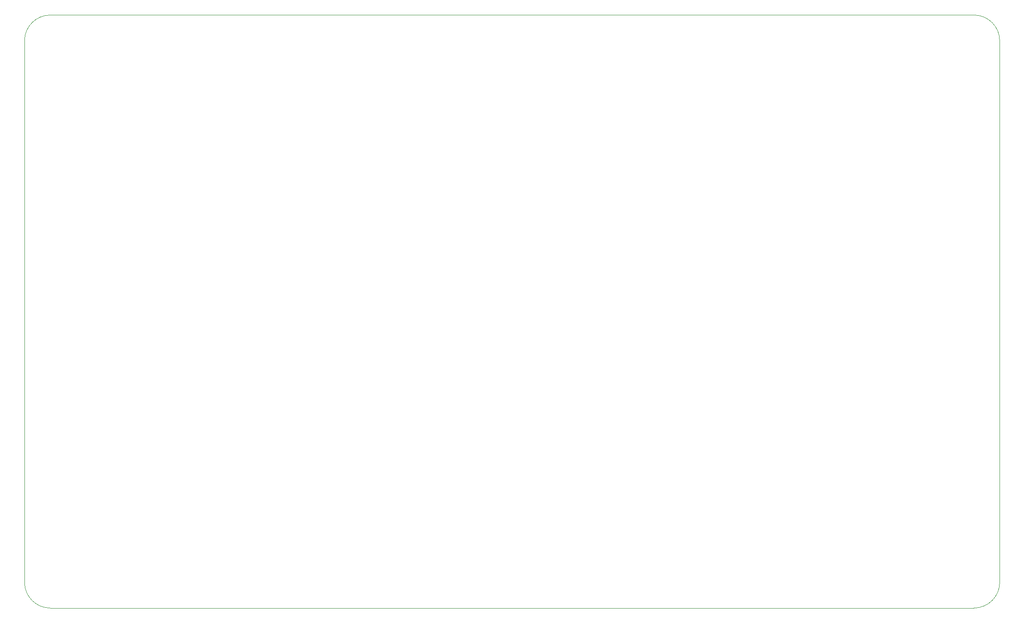
<source format=gbr>
%TF.GenerationSoftware,KiCad,Pcbnew,8.0.2*%
%TF.CreationDate,2025-01-19T23:48:52-05:00*%
%TF.ProjectId,Ecardz-Controller,45636172-647a-42d4-936f-6e74726f6c6c,rev?*%
%TF.SameCoordinates,Original*%
%TF.FileFunction,Profile,NP*%
%FSLAX46Y46*%
G04 Gerber Fmt 4.6, Leading zero omitted, Abs format (unit mm)*
G04 Created by KiCad (PCBNEW 8.0.2) date 2025-01-19 23:48:52*
%MOMM*%
%LPD*%
G01*
G04 APERTURE LIST*
%TA.AperFunction,Profile*%
%ADD10C,0.050000*%
%TD*%
G04 APERTURE END LIST*
D10*
X239000000Y-95000000D02*
X239000000Y-200000000D01*
X50000000Y-95000000D02*
G75*
G02*
X55000000Y-90000000I5000000J0D01*
G01*
X239000000Y-200000000D02*
G75*
G02*
X234000000Y-205000000I-5000000J0D01*
G01*
X234000000Y-90000000D02*
G75*
G02*
X239000000Y-95000000I0J-5000000D01*
G01*
X55000000Y-90000000D02*
X234000000Y-90000000D01*
X55000000Y-205000000D02*
G75*
G02*
X50000000Y-200000000I0J5000000D01*
G01*
X55000000Y-205000000D02*
X234000000Y-205000000D01*
X50000000Y-95000000D02*
X50000000Y-200000000D01*
M02*

</source>
